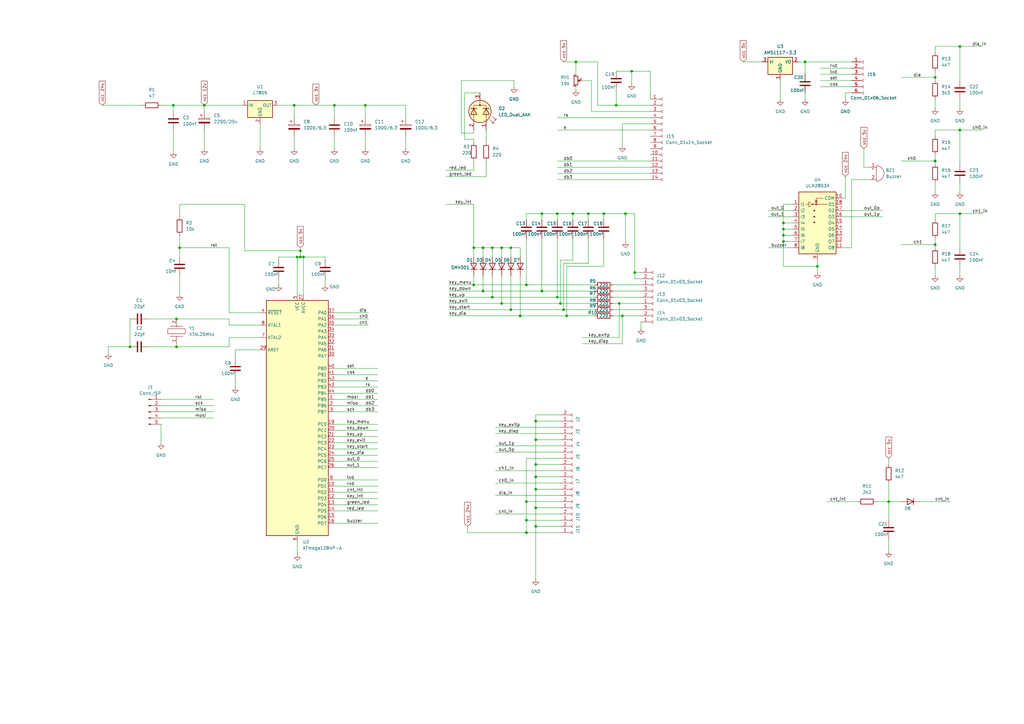
<source format=kicad_sch>
(kicad_sch (version 20231120) (generator "eeschema") (generator_version "8.0")
  (paper "A3")
  (title_block (title "LT COUNTER V4.0") (rev "V1.0 rev1") (company "ELECTRIC GROUP CLUJ-NAPOCA") (comment 1 "janos.szabo@electricgroup.ro") (comment 2 "janos.szabo@gmail.com"))
  (lib_symbols
    (symbol "Conn_01x02_Socket_1" (pin_names (offset 1.016) hide)
      (property "Reference" "J11" (at 2.032 -3.048 90))
      (symbol "Conn_01x02_Socket_1_1_1"
        (pin passive line (at -5.08 -2.54 0) (length 3.81) (name "Pin_1") (number "1"))
        (pin passive line (at -5.08 0 0) (length 3.81) (name "Pin_2") (number "2"))
      )
    )
    (symbol "Connector:Conn_01x03_Socket" (pin_names (offset 1.016) hide)
      (property "Reference" "J12" (at 1.27 1.2701 0))
      (property "Value" "Conn_01x03_Socket" (at 1.27 -1.2699 0))
      (symbol "Conn_01x03_Socket_1_1"
        (pin passive line (at -5.08 -2.54 0) (length 3.81) (name "Pin_1") (number "1"))
        (pin passive line (at -5.08 0 0) (length 3.81) (name "Pin_2") (number "2"))
        (pin passive line (at -5.08 2.54 0) (length 3.81) (name "Pin_3") (number "3"))
      )
    )
    (symbol "Connector:Conn_01x05_Male" (pin_names (offset 1.016) hide)
      (property "Reference" "J" (at 0 7.62 0))
      (property "Value" "Conn_01x05_Male" (at 0 -7.62 0))
      (symbol "Conn_01x05_Male_1_1"
        (pin passive line (at 5.08 5.08 180) (length 3.81) (name "Pin_1") (number "1"))
        (pin passive line (at 5.08 2.54 180) (length 3.81) (name "Pin_2") (number "2"))
        (pin passive line (at 5.08 0 180) (length 3.81) (name "Pin_3") (number "3"))
        (pin passive line (at 5.08 -2.54 180) (length 3.81) (name "Pin_4") (number "4"))
        (pin passive line (at 5.08 -5.08 180) (length 3.81) (name "Pin_5") (number "5"))
      )
    )
    (symbol "Connector:Conn_01x06_Socket" (pin_names (offset 1.016) hide)
      (property "Reference" "J" (at 0 7.62 0))
      (property "Value" "Conn_01x06_Socket" (at 0 -10.16 0))
      (symbol "Conn_01x06_Socket_1_1"
        (pin passive line (at -5.08 5.08 0) (length 3.81) (name "Pin_1") (number "1"))
        (pin passive line (at -5.08 2.54 0) (length 3.81) (name "Pin_2") (number "2"))
        (pin passive line (at -5.08 0 0) (length 3.81) (name "Pin_3") (number "3"))
        (pin passive line (at -5.08 -2.54 0) (length 3.81) (name "Pin_4") (number "4"))
        (pin passive line (at -5.08 -5.08 0) (length 3.81) (name "Pin_5") (number "5"))
        (pin passive line (at -5.08 -7.62 0) (length 3.81) (name "Pin_6") (number "6"))
      )
    )
    (symbol "Connector:Conn_01x14_Socket" (pin_names (offset 1.016) hide)
      (property "Reference" "J" (at 0 17.78 0))
      (property "Value" "Conn_01x14_Socket" (at 0 -20.32 0))
      (symbol "Conn_01x14_Socket_1_1"
        (pin passive line (at -5.08 15.24 0) (length 3.81) (name "Pin_1") (number "1"))
        (pin passive line (at -5.08 -7.62 0) (length 3.81) (name "Pin_10") (number "10"))
        (pin passive line (at -5.08 -10.16 0) (length 3.81) (name "Pin_11") (number "11"))
        (pin passive line (at -5.08 -12.7 0) (length 3.81) (name "Pin_12") (number "12"))
        (pin passive line (at -5.08 -15.24 0) (length 3.81) (name "Pin_13") (number "13"))
        (pin passive line (at -5.08 -17.78 0) (length 3.81) (name "Pin_14") (number "14"))
        (pin passive line (at -5.08 12.7 0) (length 3.81) (name "Pin_2") (number "2"))
        (pin passive line (at -5.08 10.16 0) (length 3.81) (name "Pin_3") (number "3"))
        (pin passive line (at -5.08 7.62 0) (length 3.81) (name "Pin_4") (number "4"))
        (pin passive line (at -5.08 5.08 0) (length 3.81) (name "Pin_5") (number "5"))
        (pin passive line (at -5.08 2.54 0) (length 3.81) (name "Pin_6") (number "6"))
        (pin passive line (at -5.08 0 0) (length 3.81) (name "Pin_7") (number "7"))
        (pin passive line (at -5.08 -2.54 0) (length 3.81) (name "Pin_8") (number "8"))
        (pin passive line (at -5.08 -5.08 0) (length 3.81) (name "Pin_9") (number "9"))
      )
    )
    (symbol "Device:Buzzer" (pin_names (offset 0.0254) hide)
      (property "Reference" "BZ" (at 3.81 1.27 0))
      (property "Value" "Buzzer" (at 3.81 -1.27 0))
      (symbol "Buzzer_1_1"
        (pin passive line (at -2.54 2.54 0) (length 2.54) (name "+") (number "1"))
        (pin passive line (at -2.54 -2.54 0) (length 2.54) (name "-") (number "2"))
      )
    )
    (symbol "Device:C" (pin_numbers hide) (pin_names (offset 0.254))
      (property "Reference" "C" (at 0.635 2.54 0))
      (property "Value" "C" (at 0.635 -2.54 0))
      (symbol "C_1_1"
        (pin passive line (at 0 3.81 270) (length 2.794) (name "~") (number "1"))
        (pin passive line (at 0 -3.81 90) (length 2.794) (name "~") (number "2"))
      )
    )
    (symbol "Device:C_Polarized" (pin_numbers hide) (pin_names (offset 0.254))
      (property "Reference" "C" (at 0.635 2.54 0))
      (property "Value" "C_Polarized" (at 0.635 -2.54 0))
      (symbol "C_Polarized_1_1"
        (pin passive line (at 0 3.81 270) (length 2.794) (name "~") (number "1"))
        (pin passive line (at 0 -3.81 90) (length 2.794) (name "~") (number "2"))
      )
    )
    (symbol "Device:LED_Dual_AAK" (pin_names (offset 0) hide)
      (property "Reference" "D" (at 0 5.715 0))
      (property "Value" "LED_Dual_AAK" (at 0 -6.35 0))
      (symbol "LED_Dual_AAK_1_1"
        (pin input line (at 7.62 2.54 180) (length 3.81) (name "A1") (number "1"))
        (pin input line (at 7.62 -2.54 180) (length 3.81) (name "A2") (number "2"))
        (pin input line (at -7.62 0 0) (length 3.048) (name "K") (number "3"))
      )
    )
    (symbol "Device:R" (pin_numbers hide) (pin_names (offset 0))
      (property "Reference" "R" (at 2.032 0 90))
      (property "Value" "R" (at 0 0 90))
      (symbol "R_1_1"
        (pin passive line (at 0 3.81 270) (length 1.27) (name "~") (number "1"))
        (pin passive line (at 0 -3.81 90) (length 1.27) (name "~") (number "2"))
      )
    )
    (symbol "Device:R_Potentiometer_Small" (pin_names (offset 1.016) hide)
      (property "Reference" "RV" (at -4.445 0 90))
      (property "Value" "R_Potentiometer_Small" (at -2.54 0 90))
      (symbol "R_Potentiometer_Small_1_1"
        (pin passive line (at 0 2.54 270) (length 0.635) (name "1") (number "1"))
        (pin passive line (at 2.54 0 180) (length 0.9906) (name "2") (number "2"))
        (pin passive line (at 0 -2.54 90) (length 0.635) (name "3") (number "3"))
      )
    )
    (symbol "Diode:SM4001" (pin_numbers hide) (pin_names hide)
      (property "Reference" "D" (at 0 2.54 0))
      (property "Value" "SM4001" (at 0 -2.54 0))
      (symbol "SM4001_1_1"
        (pin passive line (at -3.81 0 0) (length 2.54) (name "K") (number "1"))
        (pin passive line (at 3.81 0 180) (length 2.54) (name "A") (number "2"))
      )
    )
    (symbol "MCU_Microchip_ATmega:ATmega1284P-A"
      (property "Reference" "U" (at -12.7 49.53 0))
      (property "Value" "ATmega1284P-A" (at 2.54 -49.53 0))
      (symbol "ATmega1284P-A_1_1"
        (pin bidirectional line (at 15.24 7.62 180) (length 2.54) (name "PB5") (number "1"))
        (pin bidirectional line (at 15.24 -27.94 180) (length 2.54) (name "PD1") (number "10"))
        (pin bidirectional line (at 15.24 -30.48 180) (length 2.54) (name "PD2") (number "11"))
        (pin bidirectional line (at 15.24 -33.02 180) (length 2.54) (name "PD3") (number "12"))
        (pin bidirectional line (at 15.24 -35.56 180) (length 2.54) (name "PD4") (number "13"))
        (pin bidirectional line (at 15.24 -38.1 180) (length 2.54) (name "PD5") (number "14"))
        (pin bidirectional line (at 15.24 -40.64 180) (length 2.54) (name "PD6") (number "15"))
        (pin bidirectional line (at 15.24 -43.18 180) (length 2.54) (name "PD7") (number "16"))
        (pin passive line (at 0 50.8 270) (length 2.54) hide (name "VCC") (number "17"))
        (pin passive line (at 0 -50.8 90) (length 2.54) hide (name "GND") (number "18"))
        (pin bidirectional line (at 15.24 -2.54 180) (length 2.54) (name "PC0") (number "19"))
        (pin bidirectional line (at 15.24 5.08 180) (length 2.54) (name "PB6") (number "2"))
        (pin bidirectional line (at 15.24 -5.08 180) (length 2.54) (name "PC1") (number "20"))
        (pin bidirectional line (at 15.24 -7.62 180) (length 2.54) (name "PC2") (number "21"))
        (pin bidirectional line (at 15.24 -10.16 180) (length 2.54) (name "PC3") (number "22"))
        (pin bidirectional line (at 15.24 -12.7 180) (length 2.54) (name "PC4") (number "23"))
        (pin bidirectional line (at 15.24 -15.24 180) (length 2.54) (name "PC5") (number "24"))
        (pin bidirectional line (at 15.24 -17.78 180) (length 2.54) (name "PC6") (number "25"))
        (pin bidirectional line (at 15.24 -20.32 180) (length 2.54) (name "PC7") (number "26"))
        (pin power_in line (at 2.54 50.8 270) (length 2.54) (name "AVCC") (number "27"))
        (pin passive line (at 0 -50.8 90) (length 2.54) hide (name "GND") (number "28"))
        (pin passive line (at -15.24 27.94 0) (length 2.54) (name "AREF") (number "29"))
        (pin bidirectional line (at 15.24 2.54 180) (length 2.54) (name "PB7") (number "3"))
        (pin bidirectional line (at 15.24 25.4 180) (length 2.54) (name "PA7") (number "30"))
        (pin bidirectional line (at 15.24 27.94 180) (length 2.54) (name "PA6") (number "31"))
        (pin bidirectional line (at 15.24 30.48 180) (length 2.54) (name "PA5") (number "32"))
        (pin bidirectional line (at 15.24 33.02 180) (length 2.54) (name "PA4") (number "33"))
        (pin bidirectional line (at 15.24 35.56 180) (length 2.54) (name "PA3") (number "34"))
        (pin bidirectional line (at 15.24 38.1 180) (length 2.54) (name "PA2") (number "35"))
        (pin bidirectional line (at 15.24 40.64 180) (length 2.54) (name "PA1") (number "36"))
        (pin bidirectional line (at 15.24 43.18 180) (length 2.54) (name "PA0") (number "37"))
        (pin passive line (at 0 50.8 270) (length 2.54) hide (name "VCC") (number "38"))
        (pin passive line (at 0 -50.8 90) (length 2.54) hide (name "GND") (number "39"))
        (pin input line (at -15.24 43.18 0) (length 2.54) (name "~{RESET}") (number "4"))
        (pin bidirectional line (at 15.24 20.32 180) (length 2.54) (name "PB0") (number "40"))
        (pin bidirectional line (at 15.24 17.78 180) (length 2.54) (name "PB1") (number "41"))
        (pin bidirectional line (at 15.24 15.24 180) (length 2.54) (name "PB2") (number "42"))
        (pin bidirectional line (at 15.24 12.7 180) (length 2.54) (name "PB3") (number "43"))
        (pin bidirectional line (at 15.24 10.16 180) (length 2.54) (name "PB4") (number "44"))
        (pin power_in line (at 0 50.8 270) (length 2.54) (name "VCC") (number "5"))
        (pin power_in line (at 0 -50.8 90) (length 2.54) (name "GND") (number "6"))
        (pin output line (at -15.24 33.02 0) (length 2.54) (name "XTAL2") (number "7"))
        (pin input line (at -15.24 38.1 0) (length 2.54) (name "XTAL1") (number "8"))
        (pin bidirectional line (at 15.24 -25.4 180) (length 2.54) (name "PD0") (number "9"))
      )
    )
    (symbol "Regulator_Linear:AMS1117-3.3"
      (property "Reference" "U" (at -3.81 3.175 0))
      (property "Value" "AMS1117-3.3" (at 0 3.175 0))
      (symbol "AMS1117-3.3_1_1"
        (pin power_in line (at 0 -7.62 90) (length 2.54) (name "GND") (number "1"))
        (pin power_out line (at 7.62 0 180) (length 2.54) (name "VO") (number "2"))
        (pin power_in line (at -7.62 0 0) (length 2.54) (name "VI") (number "3"))
      )
    )
    (symbol "Regulator_Linear:L7805" (pin_names (offset 0.254))
      (property "Reference" "U" (at -3.81 3.175 0))
      (property "Value" "L7805" (at 0 3.175 0))
      (symbol "L7805_1_1"
        (pin power_in line (at -7.62 0 0) (length 2.54) (name "IN") (number "1"))
        (pin power_in line (at 0 -7.62 90) (length 2.54) (name "GND") (number "2"))
        (pin power_out line (at 7.62 0 180) (length 2.54) (name "OUT") (number "3"))
      )
    )
    (symbol "SamacSys_Parts:LFXTAL003237REEL" (pin_names (offset 0.762))
      (property "Reference" "Y" (at 8.89 6.35 0))
      (property "Value" "LFXTAL003237REEL" (at 8.89 3.81 0))
      (symbol "LFXTAL003237REEL_0_0"
        (pin passive line (at 0 0 0) (length 2.54) (name "~") (number "1"))
        (pin passive line (at 10.16 0 180) (length 2.54) (name "~") (number "2"))
      )
    )
    (symbol "Transistor_Array:ULN2803A"
      (property "Reference" "U" (at 0 13.335 0))
      (property "Value" "ULN2803A" (at 0 11.43 0))
      (symbol "ULN2803A_1_1"
        (pin input line (at -10.16 5.08 0) (length 2.54) (name "I1") (number "1"))
        (pin passive line (at 10.16 7.62 180) (length 2.54) (name "COM") (number "10"))
        (pin open_collector line (at 10.16 -12.7 180) (length 2.54) (name "O8") (number "11"))
        (pin open_collector line (at 10.16 -10.16 180) (length 2.54) (name "O7") (number "12"))
        (pin open_collector line (at 10.16 -7.62 180) (length 2.54) (name "O6") (number "13"))
        (pin open_collector line (at 10.16 -5.08 180) (length 2.54) (name "O5") (number "14"))
        (pin open_collector line (at 10.16 -2.54 180) (length 2.54) (name "O4") (number "15"))
        (pin open_collector line (at 10.16 0 180) (length 2.54) (name "O3") (number "16"))
        (pin open_collector line (at 10.16 2.54 180) (length 2.54) (name "O2") (number "17"))
        (pin open_collector line (at 10.16 5.08 180) (length 2.54) (name "O1") (number "18"))
        (pin input line (at -10.16 2.54 0) (length 2.54) (name "I2") (number "2"))
        (pin input line (at -10.16 0 0) (length 2.54) (name "I3") (number "3"))
        (pin input line (at -10.16 -2.54 0) (length 2.54) (name "I4") (number "4"))
        (pin input line (at -10.16 -5.08 0) (length 2.54) (name "I5") (number "5"))
        (pin input line (at -10.16 -7.62 0) (length 2.54) (name "I6") (number "6"))
        (pin input line (at -10.16 -10.16 0) (length 2.54) (name "I7") (number "7"))
        (pin input line (at -10.16 -12.7 0) (length 2.54) (name "I8") (number "8"))
        (pin power_in line (at 0 -17.78 90) (length 2.54) (name "GND") (number "9"))
      )
    )
    (symbol "power:GND" (power) (pin_names (offset 0))
      (property "Value" "GND" (at 0 -3.81 0))
      (symbol "GND_1_1"
        (pin power_in line (at 0 0 270) (length 0) hide (name "GND") (number "1"))
      )
    )
  )
  (junction (at 321.31 93.98))
  (junction (at 194.31 101.6))
  (junction (at 215.9 116.84))
  (junction (at 83.82 43.18))
  (junction (at 241.3 87.63))
  (junction (at 205.74 124.46))
  (junction (at 201.93 101.6))
  (junction (at 73.66 101.6))
  (junction (at 219.71 195.58))
  (junction (at 71.12 43.18))
  (junction (at 149.86 43.18))
  (junction (at 124.46 105.41))
  (junction (at 252.73 43.18))
  (junction (at 254 124.46))
  (junction (at 236.22 25.4))
  (junction (at 393.7 53.34))
  (junction (at 209.55 101.6))
  (junction (at 213.36 129.54))
  (junction (at 222.25 119.38))
  (junction (at 205.74 101.6))
  (junction (at 215.9 213.36))
  (junction (at 256.54 87.63))
  (junction (at 123.19 102.87))
  (junction (at 260.35 111.76))
  (junction (at 121.92 105.41))
  (junction (at 330.2 25.4))
  (junction (at 228.6 87.63))
  (junction (at 209.55 127))
  (junction (at 255.27 129.54))
  (junction (at 393.7 87.63))
  (junction (at 194.31 116.84))
  (junction (at 259.08 29.21))
  (junction (at 137.16 43.18))
  (junction (at 53.34 142.24))
  (junction (at 72.39 130.81))
  (junction (at 123.19 105.41))
  (junction (at 229.87 124.46))
  (junction (at 222.25 87.63))
  (junction (at 383.54 100.33))
  (junction (at 219.71 208.28))
  (junction (at 219.71 172.72))
  (junction (at 219.71 200.66))
  (junction (at 198.12 101.6))
  (junction (at 231.14 127))
  (junction (at 383.54 31.75))
  (junction (at 321.31 91.44))
  (junction (at 201.93 121.92))
  (junction (at 232.41 129.54))
  (junction (at 219.71 190.5))
  (junction (at 383.54 66.04))
  (junction (at 120.65 43.18))
  (junction (at 335.28 109.22))
  (junction (at 393.7 19.05))
  (junction (at 234.95 87.63))
  (junction (at 198.12 119.38))
  (junction (at 72.39 142.24))
  (junction (at 215.9 205.74))
  (junction (at 321.31 99.06))
  (junction (at 364.49 205.74))
  (junction (at 219.71 215.9))
  (junction (at 219.71 180.34))
  (junction (at 247.65 87.63))
  (junction (at 228.6 121.92))
  (junction (at 321.31 96.52))
  (junction (at 215.9 218.44))
  (wire (pts (xy 201.93 101.6) (xy 205.74 101.6)))
  (wire (pts (xy 219.71 208.28) (xy 219.71 215.9)))
  (wire (pts (xy 228.6 87.63) (xy 234.95 87.63)))
  (wire (pts (xy 377.19 205.74) (xy 389.89 205.74)))
  (wire (pts (xy 314.96 88.9) (xy 325.12 88.9)))
  (wire (pts (xy 321.31 93.98) (xy 325.12 93.98)))
  (wire (pts (xy 191.77 215.9) (xy 191.77 218.44)))
  (wire (pts (xy 71.12 43.18) (xy 71.12 45.72)))
  (wire (pts (xy 215.9 205.74) (xy 215.9 213.36)))
  (wire (pts (xy 203.2 193.04) (xy 229.87 193.04)))
  (wire (pts (xy 205.74 101.6) (xy 205.74 105.41)))
  (wire (pts (xy 383.54 87.63) (xy 393.7 87.63)))
  (wire (pts (xy 203.2 210.82) (xy 229.87 210.82)))
  (wire (pts (xy 256.54 87.63) (xy 256.54 99.06)))
  (wire (pts (xy 247.65 97.79) (xy 247.65 109.22)))
  (wire (pts (xy 191.77 218.44) (xy 215.9 218.44)))
  (wire (pts (xy 73.66 101.6) (xy 73.66 105.41)))
  (wire (pts (xy 133.35 105.41) (xy 133.35 106.68)))
  (wire (pts (xy 203.2 182.88) (xy 229.87 182.88)))
  (wire (pts (xy 231.14 107.95) (xy 231.14 127)))
  (wire (pts (xy 222.25 87.63) (xy 222.25 90.17)))
  (wire (pts (xy 149.86 43.18) (xy 149.86 48.26)))
  (wire (pts (xy 215.9 218.44) (xy 229.87 218.44)))
  (wire (pts (xy 201.93 121.92) (xy 228.6 121.92)))
  (wire (pts (xy 383.54 74.93) (xy 383.54 78.74)))
  (wire (pts (xy 137.16 166.37) (xy 154.94 166.37)))
  (wire (pts (xy 222.25 119.38) (xy 243.84 119.38)))
  (wire (pts (xy 205.74 113.03) (xy 205.74 124.46)))
  (wire (pts (xy 327.66 25.4) (xy 330.2 25.4)))
  (wire (pts (xy 231.14 25.4) (xy 236.22 25.4)))
  (wire (pts (xy 137.16 133.35) (xy 151.13 133.35)))
  (wire (pts (xy 184.15 124.46) (xy 205.74 124.46)))
  (wire (pts (xy 189.23 54.61) (xy 189.23 33.02)))
  (wire (pts (xy 320.04 33.02) (xy 320.04 40.64)))
  (wire (pts (xy 393.7 109.22) (xy 393.7 113.03)))
  (wire (pts (xy 137.16 207.01) (xy 154.94 207.01)))
  (wire (pts (xy 364.49 205.74) (xy 369.57 205.74)))
  (wire (pts (xy 383.54 31.75) (xy 383.54 33.02)))
  (wire (pts (xy 66.04 166.37) (xy 87.63 166.37)))
  (wire (pts (xy 106.68 50.8) (xy 106.68 60.96)))
  (wire (pts (xy 137.16 151.13) (xy 154.94 151.13)))
  (wire (pts (xy 383.54 97.79) (xy 383.54 100.33)))
  (wire (pts (xy 228.6 48.26) (xy 266.7 48.26)))
  (wire (pts (xy 383.54 100.33) (xy 383.54 101.6)))
  (wire (pts (xy 229.87 205.74) (xy 215.9 205.74)))
  (wire (pts (xy 219.71 215.9) (xy 219.71 237.49)))
  (wire (pts (xy 215.9 116.84) (xy 243.84 116.84)))
  (wire (pts (xy 205.74 124.46) (xy 229.87 124.46)))
  (wire (pts (xy 73.66 101.6) (xy 93.98 101.6)))
  (wire (pts (xy 213.36 129.54) (xy 232.41 129.54)))
  (wire (pts (xy 44.45 142.24) (xy 53.34 142.24)))
  (wire (pts (xy 205.74 101.6) (xy 209.55 101.6)))
  (wire (pts (xy 114.3 105.41) (xy 121.92 105.41)))
  (wire (pts (xy 321.31 109.22) (xy 335.28 109.22)))
  (wire (pts (xy 114.3 106.68) (xy 114.3 105.41)))
  (wire (pts (xy 241.3 87.63) (xy 247.65 87.63)))
  (wire (pts (xy 393.7 87.63) (xy 402.59 87.63)))
  (wire (pts (xy 137.16 196.85) (xy 154.94 196.85)))
  (wire (pts (xy 314.96 86.36) (xy 325.12 86.36)))
  (wire (pts (xy 364.49 205.74) (xy 364.49 213.36)))
  (wire (pts (xy 190.5 57.15) (xy 190.5 38.1)))
  (wire (pts (xy 194.31 57.15) (xy 190.5 57.15)))
  (wire (pts (xy 228.6 68.58) (xy 266.7 68.58)))
  (wire (pts (xy 255.27 140.97) (xy 255.27 129.54)))
  (wire (pts (xy 93.98 101.6) (xy 93.98 128.27)))
  (wire (pts (xy 234.95 106.68) (xy 229.87 106.68)))
  (wire (pts (xy 123.19 102.87) (xy 123.19 105.41)))
  (wire (pts (xy 383.54 109.22) (xy 383.54 113.03)))
  (wire (pts (xy 259.08 29.21) (xy 259.08 34.29)))
  (wire (pts (xy 198.12 119.38) (xy 222.25 119.38)))
  (wire (pts (xy 137.16 130.81) (xy 151.13 130.81)))
  (wire (pts (xy 71.12 43.18) (xy 83.82 43.18)))
  (wire (pts (xy 93.98 130.81) (xy 72.39 130.81)))
  (wire (pts (xy 251.46 127) (xy 262.89 127)))
  (wire (pts (xy 346.71 40.64) (xy 346.71 38.1)))
  (wire (pts (xy 137.16 186.69) (xy 154.94 186.69)))
  (wire (pts (xy 393.7 53.34) (xy 402.59 53.34)))
  (wire (pts (xy 393.7 19.05) (xy 393.7 33.02)))
  (wire (pts (xy 198.12 113.03) (xy 198.12 119.38)))
  (wire (pts (xy 330.2 25.4) (xy 349.25 25.4)))
  (wire (pts (xy 219.71 195.58) (xy 229.87 195.58)))
  (wire (pts (xy 336.55 30.48) (xy 349.25 30.48)))
  (wire (pts (xy 66.04 163.83) (xy 87.63 163.83)))
  (wire (pts (xy 231.14 127) (xy 243.84 127)))
  (wire (pts (xy 194.31 105.41) (xy 194.31 101.6)))
  (wire (pts (xy 137.16 158.75) (xy 154.94 158.75)))
  (wire (pts (xy 266.7 29.21) (xy 259.08 29.21)))
  (wire (pts (xy 219.71 170.18) (xy 219.71 172.72)))
  (wire (pts (xy 262.89 132.08) (xy 262.89 134.62)))
  (wire (pts (xy 383.54 40.64) (xy 383.54 44.45)))
  (wire (pts (xy 304.8 25.4) (xy 312.42 25.4)))
  (wire (pts (xy 166.37 55.88) (xy 166.37 60.96)))
  (wire (pts (xy 260.35 114.3) (xy 260.35 111.76)))
  (wire (pts (xy 228.6 71.12) (xy 266.7 71.12)))
  (wire (pts (xy 234.95 97.79) (xy 234.95 106.68)))
  (wire (pts (xy 209.55 113.03) (xy 209.55 127)))
  (wire (pts (xy 106.68 138.43) (xy 93.98 138.43)))
  (wire (pts (xy 383.54 19.05) (xy 393.7 19.05)))
  (wire (pts (xy 345.44 86.36) (xy 361.95 86.36)))
  (wire (pts (xy 325.12 83.82) (xy 321.31 83.82)))
  (wire (pts (xy 71.12 53.34) (xy 71.12 62.23)))
  (wire (pts (xy 215.9 90.17) (xy 215.9 87.63)))
  (wire (pts (xy 96.52 143.51) (xy 106.68 143.51)))
  (wire (pts (xy 228.6 87.63) (xy 228.6 90.17)))
  (wire (pts (xy 106.68 133.35) (xy 93.98 133.35)))
  (wire (pts (xy 44.45 144.78) (xy 44.45 142.24)))
  (wire (pts (xy 194.31 113.03) (xy 194.31 116.84)))
  (wire (pts (xy 247.65 87.63) (xy 247.65 90.17)))
  (wire (pts (xy 209.55 127) (xy 231.14 127)))
  (wire (pts (xy 66.04 43.18) (xy 71.12 43.18)))
  (wire (pts (xy 255.27 50.8) (xy 255.27 59.69)))
  (wire (pts (xy 124.46 105.41) (xy 124.46 120.65)))
  (wire (pts (xy 238.76 138.43) (xy 254 138.43)))
  (wire (pts (xy 133.35 114.3) (xy 133.35 116.84)))
  (wire (pts (xy 354.33 60.96) (xy 354.33 68.58)))
  (wire (pts (xy 346.71 81.28) (xy 346.71 72.39)))
  (wire (pts (xy 266.7 43.18) (xy 252.73 43.18)))
  (wire (pts (xy 194.31 116.84) (xy 215.9 116.84)))
  (wire (pts (xy 96.52 147.32) (xy 96.52 143.51)))
  (wire (pts (xy 238.76 140.97) (xy 255.27 140.97)))
  (wire (pts (xy 349.25 101.6) (xy 345.44 101.6)))
  (wire (pts (xy 260.35 111.76) (xy 260.35 87.63)))
  (wire (pts (xy 335.28 109.22) (xy 335.28 111.76)))
  (wire (pts (xy 229.87 170.18) (xy 219.71 170.18)))
  (wire (pts (xy 252.73 36.83) (xy 252.73 43.18)))
  (wire (pts (xy 354.33 68.58) (xy 356.87 68.58)))
  (wire (pts (xy 383.54 53.34) (xy 393.7 53.34)))
  (wire (pts (xy 346.71 38.1) (xy 349.25 38.1)))
  (wire (pts (xy 182.88 83.82) (xy 194.31 83.82)))
  (wire (pts (xy 262.89 114.3) (xy 260.35 114.3)))
  (wire (pts (xy 229.87 213.36) (xy 215.9 213.36)))
  (wire (pts (xy 383.54 55.88) (xy 383.54 53.34)))
  (wire (pts (xy 83.82 43.18) (xy 99.06 43.18)))
  (wire (pts (xy 137.16 209.55) (xy 154.94 209.55)))
  (wire (pts (xy 345.44 88.9) (xy 361.95 88.9)))
  (wire (pts (xy 393.7 53.34) (xy 393.7 67.31)))
  (wire (pts (xy 383.54 21.59) (xy 383.54 19.05)))
  (wire (pts (xy 330.2 25.4) (xy 330.2 30.48)))
  (wire (pts (xy 325.12 91.44) (xy 321.31 91.44)))
  (wire (pts (xy 137.16 181.61) (xy 154.94 181.61)))
  (wire (pts (xy 121.92 105.41) (xy 123.19 105.41)))
  (wire (pts (xy 184.15 121.92) (xy 201.93 121.92)))
  (wire (pts (xy 137.16 204.47) (xy 154.94 204.47)))
  (wire (pts (xy 209.55 101.6) (xy 209.55 105.41)))
  (wire (pts (xy 321.31 83.82) (xy 321.31 91.44)))
  (wire (pts (xy 336.55 35.56) (xy 349.25 35.56)))
  (wire (pts (xy 58.42 43.18) (xy 41.91 43.18)))
  (wire (pts (xy 242.57 45.72) (xy 266.7 45.72)))
  (wire (pts (xy 251.46 121.92) (xy 262.89 121.92)))
  (wire (pts (xy 252.73 43.18) (xy 245.11 43.18)))
  (wire (pts (xy 203.2 203.2) (xy 229.87 203.2)))
  (wire (pts (xy 219.71 190.5) (xy 229.87 190.5)))
  (wire (pts (xy 229.87 187.96) (xy 215.9 187.96)))
  (wire (pts (xy 260.35 87.63) (xy 256.54 87.63)))
  (wire (pts (xy 194.31 66.04) (xy 194.31 69.85)))
  (wire (pts (xy 359.41 205.74) (xy 364.49 205.74)))
  (wire (pts (xy 228.6 66.04) (xy 266.7 66.04)))
  (wire (pts (xy 241.3 107.95) (xy 231.14 107.95)))
  (wire (pts (xy 255.27 129.54) (xy 262.89 129.54)))
  (wire (pts (xy 228.6 73.66) (xy 266.7 73.66)))
  (wire (pts (xy 336.55 27.94) (xy 349.25 27.94)))
  (wire (pts (xy 184.15 119.38) (xy 198.12 119.38)))
  (wire (pts (xy 194.31 101.6) (xy 198.12 101.6)))
  (wire (pts (xy 219.71 200.66) (xy 219.71 208.28)))
  (wire (pts (xy 247.65 87.63) (xy 256.54 87.63)))
  (wire (pts (xy 251.46 116.84) (xy 262.89 116.84)))
  (wire (pts (xy 190.5 38.1) (xy 196.85 38.1)))
  (wire (pts (xy 393.7 19.05) (xy 402.59 19.05)))
  (wire (pts (xy 83.82 53.34) (xy 83.82 60.96)))
  (wire (pts (xy 137.16 176.53) (xy 154.94 176.53)))
  (wire (pts (xy 219.71 180.34) (xy 229.87 180.34)))
  (wire (pts (xy 213.36 113.03) (xy 213.36 129.54)))
  (wire (pts (xy 137.16 43.18) (xy 137.16 48.26)))
  (wire (pts (xy 194.31 54.61) (xy 189.23 54.61)))
  (wire (pts (xy 251.46 119.38) (xy 262.89 119.38)))
  (wire (pts (xy 219.71 180.34) (xy 219.71 190.5)))
  (wire (pts (xy 189.23 33.02) (xy 210.82 33.02)))
  (wire (pts (xy 245.11 25.4) (xy 236.22 25.4)))
  (wire (pts (xy 137.16 43.18) (xy 149.86 43.18)))
  (wire (pts (xy 247.65 109.22) (xy 232.41 109.22)))
  (wire (pts (xy 137.16 55.88) (xy 137.16 60.96)))
  (wire (pts (xy 137.16 214.63) (xy 154.94 214.63)))
  (wire (pts (xy 96.52 154.94) (xy 96.52 158.75)))
  (wire (pts (xy 369.57 31.75) (xy 383.54 31.75)))
  (wire (pts (xy 120.65 43.18) (xy 137.16 43.18)))
  (wire (pts (xy 137.16 163.83) (xy 154.94 163.83)))
  (wire (pts (xy 93.98 142.24) (xy 72.39 142.24)))
  (wire (pts (xy 393.7 87.63) (xy 393.7 101.6)))
  (wire (pts (xy 336.55 33.02) (xy 349.25 33.02)))
  (wire (pts (xy 121.92 105.41) (xy 121.92 120.65)))
  (wire (pts (xy 238.76 33.02) (xy 242.57 33.02)))
  (wire (pts (xy 383.54 66.04) (xy 383.54 67.31)))
  (wire (pts (xy 184.15 129.54) (xy 213.36 129.54)))
  (wire (pts (xy 215.9 87.63) (xy 222.25 87.63)))
  (wire (pts (xy 203.2 177.8) (xy 229.87 177.8)))
  (wire (pts (xy 393.7 74.93) (xy 393.7 78.74)))
  (wire (pts (xy 321.31 99.06) (xy 321.31 109.22)))
  (wire (pts (xy 120.65 55.88) (xy 120.65 60.96)))
  (wire (pts (xy 364.49 220.98) (xy 364.49 226.06)))
  (wire (pts (xy 184.15 127) (xy 209.55 127)))
  (wire (pts (xy 222.25 97.79) (xy 222.25 119.38)))
  (wire (pts (xy 198.12 101.6) (xy 198.12 105.41)))
  (wire (pts (xy 252.73 29.21) (xy 259.08 29.21)))
  (wire (pts (xy 266.7 40.64) (xy 266.7 29.21)))
  (wire (pts (xy 73.66 83.82) (xy 100.33 83.82)))
  (wire (pts (xy 383.54 63.5) (xy 383.54 66.04)))
  (wire (pts (xy 234.95 87.63) (xy 234.95 90.17)))
  (wire (pts (xy 393.7 40.64) (xy 393.7 44.45)))
  (wire (pts (xy 60.96 142.24) (xy 72.39 142.24)))
  (wire (pts (xy 203.2 175.26) (xy 229.87 175.26)))
  (wire (pts (xy 314.96 101.6) (xy 325.12 101.6)))
  (wire (pts (xy 73.66 96.52) (xy 73.66 101.6)))
  (wire (pts (xy 234.95 87.63) (xy 241.3 87.63)))
  (wire (pts (xy 114.3 114.3) (xy 114.3 116.84)))
  (wire (pts (xy 194.31 58.42) (xy 194.31 57.15)))
  (wire (pts (xy 364.49 198.12) (xy 364.49 205.74)))
  (wire (pts (xy 199.39 66.04) (xy 199.39 72.39)))
  (wire (pts (xy 219.71 190.5) (xy 219.71 195.58)))
  (wire (pts (xy 349.25 73.66) (xy 349.25 101.6)))
  (wire (pts (xy 137.16 201.93) (xy 154.94 201.93)))
  (wire (pts (xy 66.04 168.91) (xy 87.63 168.91)))
  (wire (pts (xy 229.87 124.46) (xy 243.84 124.46)))
  (wire (pts (xy 330.2 38.1) (xy 330.2 40.64)))
  (wire (pts (xy 60.96 130.81) (xy 72.39 130.81)))
  (wire (pts (xy 369.57 100.33) (xy 383.54 100.33)))
  (wire (pts (xy 232.41 129.54) (xy 243.84 129.54)))
  (wire (pts (xy 339.09 205.74) (xy 351.79 205.74)))
  (wire (pts (xy 219.71 208.28) (xy 229.87 208.28)))
  (wire (pts (xy 242.57 33.02) (xy 242.57 45.72)))
  (wire (pts (xy 215.9 187.96) (xy 215.9 205.74)))
  (wire (pts (xy 83.82 43.18) (xy 83.82 45.72)))
  (wire (pts (xy 194.31 83.82) (xy 194.31 101.6)))
  (wire (pts (xy 219.71 215.9) (xy 229.87 215.9)))
  (wire (pts (xy 100.33 102.87) (xy 123.19 102.87)))
  (wire (pts (xy 383.54 90.17) (xy 383.54 87.63)))
  (wire (pts (xy 66.04 171.45) (xy 87.63 171.45)))
  (wire (pts (xy 137.16 173.99) (xy 154.94 173.99)))
  (wire (pts (xy 137.16 184.15) (xy 154.94 184.15)))
  (wire (pts (xy 73.66 113.03) (xy 73.66 120.65)))
  (wire (pts (xy 121.92 222.25) (xy 121.92 227.33)))
  (wire (pts (xy 123.19 101.6) (xy 123.19 102.87)))
  (wire (pts (xy 203.2 198.12) (xy 229.87 198.12)))
  (wire (pts (xy 213.36 101.6) (xy 213.36 105.41)))
  (wire (pts (xy 241.3 87.63) (xy 241.3 90.17)))
  (wire (pts (xy 219.71 195.58) (xy 219.71 200.66)))
  (wire (pts (xy 241.3 97.79) (xy 241.3 107.95)))
  (wire (pts (xy 321.31 96.52) (xy 325.12 96.52)))
  (wire (pts (xy 219.71 172.72) (xy 219.71 180.34)))
  (wire (pts (xy 260.35 111.76) (xy 262.89 111.76)))
  (wire (pts (xy 321.31 96.52) (xy 321.31 99.06)))
  (wire (pts (xy 345.44 81.28) (xy 346.71 81.28)))
  (wire (pts (xy 229.87 106.68) (xy 229.87 124.46)))
  (wire (pts (xy 182.88 69.85) (xy 194.31 69.85)))
  (wire (pts (xy 137.16 191.77) (xy 154.94 191.77)))
  (wire (pts (xy 120.65 43.18) (xy 120.65 48.26)))
  (wire (pts (xy 166.37 48.26) (xy 166.37 43.18)))
  (wire (pts (xy 215.9 213.36) (xy 215.9 218.44)))
  (wire (pts (xy 137.16 199.39) (xy 154.94 199.39)))
  (wire (pts (xy 137.16 168.91) (xy 154.94 168.91)))
  (wire (pts (xy 364.49 187.96) (xy 364.49 190.5)))
  (wire (pts (xy 236.22 35.56) (xy 236.22 36.83)))
  (wire (pts (xy 321.31 93.98) (xy 321.31 96.52)))
  (wire (pts (xy 73.66 83.82) (xy 73.66 88.9)))
  (wire (pts (xy 219.71 200.66) (xy 229.87 200.66)))
  (wire (pts (xy 222.25 87.63) (xy 228.6 87.63)))
  (wire (pts (xy 93.98 128.27) (xy 106.68 128.27)))
  (wire (pts (xy 53.34 130.81) (xy 53.34 142.24)))
  (wire (pts (xy 184.15 116.84) (xy 194.31 116.84)))
  (wire (pts (xy 228.6 97.79) (xy 228.6 121.92)))
  (wire (pts (xy 209.55 101.6) (xy 213.36 101.6)))
  (wire (pts (xy 93.98 138.43) (xy 93.98 142.24)))
  (wire (pts (xy 137.16 156.21) (xy 154.94 156.21)))
  (wire (pts (xy 199.39 53.34) (xy 199.39 58.42)))
  (wire (pts (xy 124.46 105.41) (xy 133.35 105.41)))
  (wire (pts (xy 137.16 128.27) (xy 151.13 128.27)))
  (wire (pts (xy 137.16 153.67) (xy 154.94 153.67)))
  (wire (pts (xy 232.41 109.22) (xy 232.41 129.54)))
  (wire (pts (xy 137.16 161.29) (xy 154.94 161.29)))
  (wire (pts (xy 335.28 106.68) (xy 335.28 109.22)))
  (wire (pts (xy 137.16 189.23) (xy 154.94 189.23)))
  (wire (pts (xy 228.6 121.92) (xy 243.84 121.92)))
  (wire (pts (xy 201.93 113.03) (xy 201.93 121.92)))
  (wire (pts (xy 198.12 101.6) (xy 201.93 101.6)))
  (wire (pts (xy 149.86 55.88) (xy 149.86 60.96)))
  (wire (pts (xy 203.2 185.42) (xy 229.87 185.42)))
  (wire (pts (xy 210.82 33.02) (xy 210.82 35.56)))
  (wire (pts (xy 251.46 124.46) (xy 254 124.46)))
  (wire (pts (xy 369.57 66.04) (xy 383.54 66.04)))
  (wire (pts (xy 349.25 73.66) (xy 356.87 73.66)))
  (wire (pts (xy 93.98 133.35) (xy 93.98 130.81)))
  (wire (pts (xy 114.3 43.18) (xy 120.65 43.18)))
  (wire (pts (xy 228.6 53.34) (xy 266.7 53.34)))
  (wire (pts (xy 72.39 142.24) (xy 72.39 140.97)))
  (wire (pts (xy 321.31 91.44) (xy 321.31 93.98)))
  (wire (pts (xy 266.7 50.8) (xy 255.27 50.8)))
  (wire (pts (xy 66.04 173.99) (xy 66.04 181.61)))
  (wire (pts (xy 251.46 129.54) (xy 255.27 129.54)))
  (wire (pts (xy 201.93 101.6) (xy 201.93 105.41)))
  (wire (pts (xy 166.37 43.18) (xy 149.86 43.18)))
  (wire (pts (xy 123.19 105.41) (xy 124.46 105.41)))
  (wire (pts (xy 383.54 29.21) (xy 383.54 31.75)))
  (wire (pts (xy 254 138.43) (xy 254 124.46)))
  (wire (pts (xy 229.87 172.72) (xy 219.71 172.72)))
  (wire (pts (xy 236.22 30.48) (xy 236.22 25.4)))
  (wire (pts (xy 245.11 43.18) (xy 245.11 25.4)))
  (wire (pts (xy 194.31 53.34) (xy 194.31 54.61)))
  (wire (pts (xy 137.16 179.07) (xy 154.94 179.07)))
  (wire (pts (xy 215.9 97.79) (xy 215.9 116.84)))
  (wire (pts (xy 182.88 72.39) (xy 199.39 72.39)))
  (wire (pts (xy 254 124.46) (xy 262.89 124.46)))
  (wire (pts (xy 321.31 99.06) (xy 325.12 99.06)))
  (wire (pts (xy 100.33 83.82) (xy 100.33 102.87)))
  (label "css" (at 142.24 153.67 0))
  (label "sck" (at 142.24 168.91 0))
  (label "set" (at 142.24 151.13 0))
  (label "key_down" (at 184.15 119.38 0))
  (label "out_0" (at 142.24 189.23 0))
  (label "out_1p" (at 354.33 88.9 0))
  (label "db3" (at 149.86 168.91 0))
  (label "db3" (at 231.14 73.66 0))
  (label "db1" (at 231.14 68.58 0))
  (label "green_led" (at 142.24 207.01 0))
  (label "key_diap" (at 241.3 140.97 0))
  (label "css" (at 340.36 35.56 0))
  (label "rst" (at 80.01 163.83 0))
  (label "key_up" (at 184.15 121.92 0))
  (label "key_int" (at 186.69 83.82 0))
  (label "out_1p" (at 204.47 182.88 0))
  (label "key_exitp" (at 204.47 175.26 0))
  (label "key_diap" (at 204.47 177.8 0))
  (label "out_0p" (at 204.47 185.42 0))
  (label "e" (at 149.86 156.21 0))
  (label "ch1_in" (at 398.78 87.63 0))
  (label "key_menu" (at 184.15 116.84 0))
  (label "rst" (at 86.36 101.6 0))
  (label "key_start" (at 184.15 127 0))
  (label "key_start" (at 142.24 184.15 0))
  (label "red_led" (at 184.15 69.85 0))
  (label "rxd" (at 340.36 27.94 0))
  (label "dia_in" (at 398.78 19.05 0))
  (label "dia" (at 374.65 31.75 0))
  (label "red_led" (at 142.24 209.55 0))
  (label "txd" (at 340.36 30.48 0))
  (label "ch1" (at 374.65 100.33 0))
  (label "cnt_in" (at 383.54 205.74 0))
  (label "key_up" (at 142.24 179.07 0))
  (label "miso" (at 142.24 166.37 0))
  (label "ch0_in" (at 398.78 53.34 0))
  (label "dia" (at 147.32 128.27 0))
  (label "db0" (at 231.14 66.04 0))
  (label "txd" (at 142.24 196.85 0))
  (label "out_0p" (at 354.33 86.36 0))
  (label "rs" (at 149.86 158.75 0))
  (label "dia_in" (at 204.47 203.2 0))
  (label "out_1" (at 142.24 191.77 0))
  (label "key_dia" (at 184.15 129.54 0))
  (label "key_exitp" (at 241.3 138.43 0))
  (label "db1" (at 149.86 163.83 0))
  (label "db0" (at 149.86 161.29 0))
  (label "key_down" (at 142.24 176.53 0))
  (label "out_0" (at 316.23 86.36 0))
  (label "buzzer" (at 142.24 214.63 0))
  (label "db2" (at 149.86 166.37 0))
  (label "set" (at 340.36 33.02 0))
  (label "key_menu" (at 142.24 173.99 0))
  (label "key_int" (at 142.24 204.47 0))
  (label "ch1_in" (at 204.47 193.04 0))
  (label "key_dia" (at 142.24 186.69 0))
  (label "key_exit" (at 142.24 181.61 0))
  (label "e" (at 231.14 53.34 0))
  (label "buzzer" (at 316.23 101.6 0))
  (label "db2" (at 231.14 71.12 0))
  (label "cnt_int" (at 340.36 205.74 0))
  (label "ch1" (at 147.32 133.35 0))
  (label "mosi" (at 80.01 171.45 0))
  (label "cnt_in" (at 204.47 210.82 0))
  (label "mosi" (at 142.24 163.83 0))
  (label "ch0" (at 372.11 66.04 0))
  (label "key_exit" (at 184.15 124.46 0))
  (label "rs" (at 231.14 48.26 0))
  (label "sck" (at 80.01 166.37 0))
  (label "ch0" (at 147.32 130.81 0))
  (label "rxd" (at 142.24 199.39 0))
  (label "miso" (at 80.01 168.91 0))
  (label "out_1" (at 316.23 88.9 0))
  (label "green_led" (at 184.15 72.39 0))
  (label "ch0_in" (at 204.47 198.12 0))
  (label "cnt_int" (at 142.24 201.93 0))
  (global_label "vcc 24v" (shape input) (at 346.71 72.39 90) (property "Intersheetrefs" "${INTERSHEET_REFS}" (effects (hide yes))))
  (global_label "vcc 24v" (shape input) (at 191.77 215.9 90) (property "Intersheetrefs" "${INTERSHEET_REFS}" (effects (hide yes))))
  (global_label "vcc 5v" (shape input) (at 364.49 187.96 90) (property "Intersheetrefs" "${INTERSHEET_REFS}" (effects (hide yes))))
  (global_label "vcc 5v" (shape input) (at 129.54 43.18 90) (property "Intersheetrefs" "${INTERSHEET_REFS}" (effects (hide yes))))
  (global_label "vcc 12v" (shape input) (at 83.82 43.18 90) (property "Intersheetrefs" "${INTERSHEET_REFS}" (effects (hide yes))))
  (global_label "vcc 5v" (shape input) (at 123.19 101.6 90) (property "Intersheetrefs" "${INTERSHEET_REFS}" (effects (hide yes))))
  (global_label "vcc 24v" (shape input) (at 41.91 43.18 90) (property "Intersheetrefs" "${INTERSHEET_REFS}" (effects (hide yes))))
  (global_label "vcc 5v" (shape input) (at 231.14 25.4 90) (property "Intersheetrefs" "${INTERSHEET_REFS}" (effects (hide yes))))
  (global_label "vcc 5v" (shape input) (at 304.8 25.4 90) (property "Intersheetrefs" "${INTERSHEET_REFS}" (effects (hide yes))))
  (global_label "vcc 5v" (shape input) (at 354.33 60.96 90) (property "Intersheetrefs" "${INTERSHEET_REFS}" (effects (hide yes))))
  (symbol (lib_id "power:GND") (at 73.66 120.65 0) (unit 1)
    (property "Reference" "#PWR04" (effects (hide yes)))
    (property "Value" "GND" (at 73.66 125.73 0))
  )
  (symbol (lib_id "Device:C") (at 222.25 93.98 0) (unit 1)
    (property "Reference" "C14" (at 217.932 91.694 0) (effects (justify left)))
    (property "Value" "100nf" (at 216.408 96.012 0) (effects (justify left)))
    (property "Footprint" "Capacitor_SMD:C_1206_3216Metric_Pad1.33x1.80mm_HandSolder" (effects (hide yes)))
  )
  (symbol (lib_id "Device:C") (at 364.49 217.17 0) (unit 1)
    (property "Reference" "C21" (at 360.172 214.884 0) (effects (justify left)))
    (property "Value" "100nf" (at 358.648 219.202 0) (effects (justify left)))
    (property "Footprint" "Capacitor_SMD:C_1206_3216Metric_Pad1.33x1.80mm_HandSolder" (effects (hide yes)))
  )
  (symbol (lib_name "Conn_01x02_Socket_1") (lib_id "Connector:Conn_01x02_Socket") (at 234.95 170.18 0) (unit 1)
    (property "Reference" "J2" (at 236.982 173.228 90) (effects (justify left)))
    (property "Value" "Conn_01x02_Socket" (effects (hide yes)))
    (property "Footprint" "AVR_FOOTPRINT_Library:Degson 2p" (effects (hide yes)))
    (property "Description" "Generic connector, single row, 01x02, script generated" (effects (hide yes)))
  )
  (symbol (lib_id "Device:C") (at 393.7 36.83 0) (unit 1)
    (property "Reference" "C22" (at 397.51 35.5599 0) (effects (justify left)))
    (property "Value" "100nf" (at 397.51 38.0999 0) (effects (justify left)))
    (property "Footprint" "Capacitor_SMD:C_1206_3216Metric_Pad1.33x1.80mm_HandSolder" (effects (hide yes)))
  )
  (symbol (lib_id "power:GND") (at 137.16 60.96 0) (unit 1)
    (property "Reference" "#PWR012" (effects (hide yes)))
    (property "Value" "GND" (at 137.16 66.04 0))
  )
  (symbol (lib_name "Conn_01x02_Socket_1") (lib_id "Connector:Conn_01x02_Socket") (at 234.95 200.66 0) (unit 1)
    (property "Reference" "J8" (at 236.982 203.708 90) (effects (justify left)))
    (property "Value" "Conn_01x02_Socket" (effects (hide yes)))
    (property "Footprint" "AVR_FOOTPRINT_Library:Degson 2p" (effects (hide yes)))
    (property "Description" "Generic connector, single row, 01x02, script generated" (effects (hide yes)))
  )
  (symbol (lib_id "Device:C_Polarized") (at 83.82 49.53 0) (unit 1)
    (property "Reference" "C5" (at 87.63 47.3709 0) (effects (justify left)))
    (property "Value" "2200/25v" (at 87.63 49.9109 0) (effects (justify left)))
    (property "Footprint" "Capacitor_THT:CP_Radial_D12.5mm_P5.00mm" (effects (hide yes)))
  )
  (symbol (lib_id "Device:R") (at 247.65 129.54 90) (unit 1)
    (property "Reference" "R10" (at 243.078 128.27 90))
    (property "Value" "220" (at 247.65 129.54 90))
    (property "Footprint" "Resistor_SMD:R_1206_3216Metric_Pad1.30x1.75mm_HandSolder" (effects (hide yes)))
  )
  (symbol (lib_id "Device:R") (at 383.54 105.41 0) (unit 1)
    (property "Reference" "R18" (at 386.08 104.1399 0) (effects (justify left)))
    (property "Value" "4k7" (at 386.08 106.6799 0) (effects (justify left)))
    (property "Footprint" "Resistor_SMD:R_1206_3216Metric_Pad1.30x1.75mm_HandSolder" (effects (hide yes)))
  )
  (symbol (lib_id "power:GND") (at 335.28 111.76 0) (unit 1)
    (property "Reference" "#PWR024" (effects (hide yes)))
    (property "Value" "GND" (at 335.28 116.84 0))
  )
  (symbol (lib_id "Device:R") (at 383.54 25.4 0) (unit 1)
    (property "Reference" "R13" (at 386.08 24.1299 0) (effects (justify left)))
    (property "Value" "4k7" (at 386.08 26.6699 0) (effects (justify left)))
    (property "Footprint" "Resistor_SMD:R_1206_3216Metric_Pad1.30x1.75mm_HandSolder" (effects (hide yes)))
  )
  (symbol (lib_id "Device:C") (at 96.52 151.13 0) (unit 1)
    (property "Reference" "C6" (at 92.202 148.844 0) (effects (justify left)))
    (property "Value" "100nf" (at 90.678 153.162 0) (effects (justify left)))
    (property "Footprint" "Capacitor_SMD:C_1206_3216Metric_Pad1.33x1.80mm_HandSolder" (effects (hide yes)))
  )
  (symbol (lib_id "power:GND") (at 96.52 158.75 0) (unit 1)
    (property "Reference" "#PWR06" (effects (hide yes)))
    (property "Value" "GND" (at 96.52 163.83 0))
  )
  (symbol (lib_id "Device:R") (at 355.6 205.74 90) (unit 1)
    (property "Reference" "R11" (at 355.6 199.39 90))
    (property "Value" "2k2" (at 355.6 201.93 90))
    (property "Footprint" "Resistor_SMD:R_1206_3216Metric_Pad1.30x1.75mm_HandSolder" (effects (hide yes)))
  )
  (symbol (lib_name "Conn_01x02_Socket_1") (lib_id "Connector:Conn_01x02_Socket") (at 234.95 195.58 0) (unit 1)
    (property "Reference" "J7" (at 236.982 198.628 90) (effects (justify left)))
    (property "Value" "Conn_01x02_Socket" (effects (hide yes)))
    (property "Footprint" "AVR_FOOTPRINT_Library:Degson 2p" (effects (hide yes)))
    (property "Description" "Generic connector, single row, 01x02, script generated" (effects (hide yes)))
  )
  (symbol (lib_id "Device:C") (at 330.2 34.29 0) (unit 1)
    (property "Reference" "C20" (at 325.628 31.75 0) (effects (justify left)))
    (property "Value" "100nf" (at 324.104 37.084 0) (effects (justify left)))
    (property "Footprint" "Capacitor_SMD:C_1206_3216Metric_Pad1.33x1.80mm_HandSolder" (effects (hide yes)))
  )
  (symbol (lib_id "Device:R") (at 364.49 194.31 0) (unit 1)
    (property "Reference" "R12" (at 367.03 193.0399 0) (effects (justify left)))
    (property "Value" "4k7" (at 367.03 195.5799 0) (effects (justify left)))
    (property "Footprint" "Resistor_SMD:R_1206_3216Metric_Pad1.30x1.75mm_HandSolder" (effects (hide yes)))
  )
  (symbol (lib_id "Connector:Conn_01x06_Socket") (at 354.33 30.48 0) (unit 1)
    (property "Reference" "J16" (at 355.6 30.4799 0) (effects (justify left)))
    (property "Value" "Conn_01x06_Socket" (at 348.742 40.132 0) (effects (justify left)))
    (property "Footprint" "Connector_PinHeader_2.00mm:PinHeader_1x06_P2.00mm_Vertical" (effects (hide yes)))
    (property "Description" "Generic connector, single row, 01x06, script generated" (effects (hide yes)))
  )
  (symbol (lib_id "Connector:Conn_01x03_Socket") (at 267.97 114.3 0) (unit 1)
    (property "Reference" "J12" (at 269.24 113.0299 0) (effects (justify left)))
    (property "Value" "Conn_01x03_Socket" (at 269.24 115.5699 0) (effects (justify left)))
    (property "Footprint" "AVR_FOOTPRINT_Library:DEGSON 3P-3.5pitch" (effects (hide yes)))
    (property "Description" "Generic connector, single row, 01x03, script generated" (effects (hide yes)))
  )
  (symbol (lib_id "Device:R") (at 383.54 93.98 0) (unit 1)
    (property "Reference" "R17" (at 386.08 92.7099 0) (effects (justify left)))
    (property "Value" "4k7" (at 386.08 95.2499 0) (effects (justify left)))
    (property "Footprint" "Resistor_SMD:R_1206_3216Metric_Pad1.30x1.75mm_HandSolder" (effects (hide yes)))
  )
  (symbol (lib_id "Device:R") (at 247.65 121.92 90) (unit 1)
    (property "Reference" "R7" (at 243.078 120.396 90))
    (property "Value" "220" (at 247.65 121.92 90))
    (property "Footprint" "Resistor_SMD:R_1206_3216Metric_Pad1.30x1.75mm_HandSolder" (effects (hide yes)))
  )
  (symbol (lib_id "Device:C") (at 393.7 71.12 0) (unit 1)
    (property "Reference" "C23" (at 397.51 69.8499 0) (effects (justify left)))
    (property "Value" "100nf" (at 397.51 72.3899 0) (effects (justify left)))
    (property "Footprint" "Capacitor_SMD:C_1206_3216Metric_Pad1.33x1.80mm_HandSolder" (effects (hide yes)))
  )
  (symbol (lib_id "Device:R_Potentiometer_Small") (at 236.22 33.02 0) (unit 1)
    (property "Reference" "RV1" (at 233.68 31.7499 0) (effects (justify right)))
    (property "Value" "10k" (at 233.68 34.2899 0) (effects (justify right)))
    (property "Footprint" "Potentiometer_SMD:Potentiometer_ACP_CA6-VSMD_Vertical" (effects (hide yes)))
    (property "Description" "Potentiometer" (effects (hide yes)))
  )
  (symbol (lib_id "power:GND") (at 71.12 62.23 0) (unit 1)
    (property "Reference" "#PWR03" (effects (hide yes)))
    (property "Value" "GND" (at 71.12 67.31 0))
  )
  (symbol (lib_name "Conn_01x02_Socket_1") (lib_id "Connector:Conn_01x02_Socket") (at 234.95 190.5 0) (unit 1)
    (property "Reference" "J6" (at 236.982 193.548 90) (effects (justify left)))
    (property "Value" "Conn_01x02_Socket" (effects (hide yes)))
    (property "Footprint" "AVR_FOOTPRINT_Library:Degson 2p" (effects (hide yes)))
    (property "Description" "Generic connector, single row, 01x02, script generated" (effects (hide yes)))
  )
  (symbol (lib_name "Conn_01x02_Socket_1") (lib_id "Connector:Conn_01x02_Socket") (at 234.95 180.34 0) (unit 1)
    (property "Reference" "J4" (at 236.982 183.388 90) (effects (justify left)))
    (property "Value" "Conn_01x02_Socket" (effects (hide yes)))
    (property "Footprint" "AVR_FOOTPRINT_Library:Degson 2p" (effects (hide yes)))
    (property "Description" "Generic connector, single row, 01x02, script generated" (effects (hide yes)))
  )
  (symbol (lib_id "power:GND") (at 262.89 134.62 0) (unit 1)
    (property "Reference" "#PWR021" (effects (hide yes)))
    (property "Value" "GND" (at 262.89 139.7 0))
  )
  (symbol (lib_id "Diode:SM4001") (at 205.74 109.22 90) (unit 1)
    (property "Reference" "D5" (at 202.946 106.68 90) (effects (justify right)))
    (property "Value" "SM4001" (effects (hide yes)))
    (property "Footprint" "Diode_SMD:D_2010_5025Metric_Pad1.52x2.65mm_HandSolder" (effects (hide yes)))
    (property "Datasheet" "http://cdn-reichelt.de/documents/datenblatt/A400/SMD1N400%23DIO.pdf" (effects (hide yes)))
    (property "Description" "50V 1A General Purpose Rectifier Diode, MELF" (effects (hide yes)))
    (property "Sim.Device" "D" (effects (hide yes)))
    (property "Sim.Pins" "1=K 2=A" (effects (hide yes)))
  )
  (symbol (lib_id "power:GND") (at 256.54 99.06 0) (unit 1)
    (property "Reference" "#PWR019" (effects (hide yes)))
    (property "Value" "GND" (at 256.54 104.14 0))
  )
  (symbol (lib_id "Device:C") (at 393.7 105.41 0) (unit 1)
    (property "Reference" "C24" (at 397.51 104.1399 0) (effects (justify left)))
    (property "Value" "100nf" (at 397.51 106.6799 0) (effects (justify left)))
    (property "Footprint" "Capacitor_SMD:C_1206_3216Metric_Pad1.33x1.80mm_HandSolder" (effects (hide yes)))
  )
  (symbol (lib_id "Diode:SM4001") (at 198.12 109.22 90) (unit 1)
    (property "Reference" "D3" (at 195.326 106.68 90) (effects (justify right)))
    (property "Value" "SM4001" (effects (hide yes)))
    (property "Footprint" "Diode_SMD:D_2010_5025Metric_Pad1.52x2.65mm_HandSolder" (effects (hide yes)))
    (property "Datasheet" "http://cdn-reichelt.de/documents/datenblatt/A400/SMD1N400%23DIO.pdf" (effects (hide yes)))
    (property "Description" "50V 1A General Purpose Rectifier Diode, MELF" (effects (hide yes)))
    (property "Sim.Device" "D" (effects (hide yes)))
    (property "Sim.Pins" "1=K 2=A" (effects (hide yes)))
  )
  (symbol (lib_id "power:GND") (at 346.71 40.64 0) (unit 1)
    (property "Reference" "#PWR025" (effects (hide yes)))
    (property "Value" "GND" (at 346.71 45.72 0))
  )
  (symbol (lib_id "power:GND") (at 383.54 78.74 0) (unit 1)
    (property "Reference" "#PWR028" (effects (hide yes)))
    (property "Value" "GND" (at 383.54 83.82 0))
  )
  (symbol (lib_id "power:GND") (at 166.37 60.96 0) (unit 1)
    (property "Reference" "#PWR014" (effects (hide yes)))
    (property "Value" "GND" (at 166.37 66.04 0))
  )
  (symbol (lib_id "Device:R") (at 73.66 92.71 0) (unit 1)
    (property "Reference" "R2" (at 76.2 91.4399 0) (effects (justify left)))
    (property "Value" "10k" (at 76.2 93.9799 0) (effects (justify left)))
    (property "Footprint" "Resistor_SMD:R_1206_3216Metric_Pad1.30x1.75mm_HandSolder" (effects (hide yes)))
  )
  (symbol (lib_id "Diode:SM4001") (at 194.31 109.22 90) (unit 1)
    (property "Reference" "D1" (at 191.262 106.68 90) (effects (justify right)))
    (property "Value" "SM4001" (at 184.912 109.728 90) (effects (justify right)))
    (property "Footprint" "Diode_SMD:D_2010_5025Metric_Pad1.52x2.65mm_HandSolder" (effects (hide yes)))
    (property "Datasheet" "http://cdn-reichelt.de/documents/datenblatt/A400/SMD1N400%23DIO.pdf" (effects (hide yes)))
    (property "Description" "50V 1A General Purpose Rectifier Diode, MELF" (effects (hide yes)))
    (property "Sim.Device" "D" (effects (hide yes)))
    (property "Sim.Pins" "1=K 2=A" (effects (hide yes)))
  )
  (symbol (lib_id "Device:R") (at 247.65 116.84 90) (unit 1)
    (property "Reference" "R5" (at 243.078 115.316 90))
    (property "Value" "220" (at 247.65 116.84 90))
    (property "Footprint" "Resistor_SMD:R_1206_3216Metric_Pad1.30x1.75mm_HandSolder" (effects (hide yes)))
  )
  (symbol (lib_id "Device:R") (at 199.39 62.23 0) (unit 1)
    (property "Reference" "R4" (at 201.93 60.9599 0) (effects (justify left)))
    (property "Value" "220" (at 201.93 63.4999 0) (effects (justify left)))
    (property "Footprint" "Resistor_SMD:R_1206_3216Metric_Pad1.30x1.75mm_HandSolder" (effects (hide yes)))
  )
  (symbol (lib_id "power:GND") (at 320.04 40.64 0) (unit 1)
    (property "Reference" "#PWR022" (effects (hide yes)))
    (property "Value" "GND" (at 320.04 45.72 0))
  )
  (symbol (lib_id "power:GND") (at 44.45 144.78 0) (unit 1)
    (property "Reference" "#PWR01" (effects (hide yes)))
    (property "Value" "GND" (at 44.45 149.86 0))
  )
  (symbol (lib_id "power:GND") (at 364.49 226.06 0) (unit 1)
    (property "Reference" "#PWR026" (effects (hide yes)))
    (property "Value" "GND" (at 364.49 231.14 0))
  )
  (symbol (lib_id "power:GND") (at 133.35 116.84 0) (unit 1)
    (property "Reference" "#PWR011" (effects (hide yes)))
    (property "Value" "GND" (at 137.16 117.602 0))
  )
  (symbol (lib_id "Device:C") (at 57.15 130.81 90) (unit 1)
    (property "Reference" "C1" (at 57.15 123.19 90))
    (property "Value" "22pf" (at 57.15 125.73 90))
    (property "Footprint" "Capacitor_SMD:C_1206_3216Metric_Pad1.33x1.80mm_HandSolder" (effects (hide yes)))
  )
  (symbol (lib_id "Regulator_Linear:L7805") (at 106.68 43.18 0) (unit 1)
    (property "Reference" "U1" (at 106.68 35.56 0))
    (property "Value" "L7805" (at 106.68 38.1 0))
    (property "Footprint" "AVR_FOOTPRINT_Library:D2PAK-STB35NF10T4" (effects (hide yes)))
    (property "Datasheet" "http://www.st.com/content/ccc/resource/technical/document/datasheet/41/4f/b3/b0/12/d4/47/88/CD00000444.pdf/files/CD00000444.pdf/jcr:content/translations/en.CD00000444.pdf" (effects (hide yes)))
  )
  (symbol (lib_id "power:GND") (at 383.54 44.45 0) (unit 1)
    (property "Reference" "#PWR027" (effects (hide yes)))
    (property "Value" "GND" (at 383.54 49.53 0))
  )
  (symbol (lib_id "power:GND") (at 121.92 227.33 0) (unit 1)
    (property "Reference" "#PWR010" (effects (hide yes)))
    (property "Value" "GND" (at 121.92 232.41 0))
  )
  (symbol (lib_id "Device:R") (at 383.54 59.69 0) (unit 1)
    (property "Reference" "R15" (at 386.08 58.4199 0) (effects (justify left)))
    (property "Value" "4k7" (at 386.08 60.9599 0) (effects (justify left)))
    (property "Footprint" "Resistor_SMD:R_1206_3216Metric_Pad1.30x1.75mm_HandSolder" (effects (hide yes)))
  )
  (symbol (lib_id "power:GND") (at 210.82 35.56 0) (unit 1)
    (property "Reference" "#PWR015" (effects (hide yes)))
    (property "Value" "GND" (at 210.82 40.64 0))
  )
  (symbol (lib_id "power:GND") (at 383.54 113.03 0) (unit 1)
    (property "Reference" "#PWR029" (effects (hide yes)))
    (property "Value" "GND" (at 383.54 118.11 0))
  )
  (symbol (lib_id "Regulator_Linear:AMS1117-3.3") (at 320.04 25.4 0) (unit 1)
    (property "Reference" "U3" (at 320.04 19.05 0))
    (property "Value" "AMS1117-3.3" (at 320.04 21.59 0))
    (property "Footprint" "Package_TO_SOT_SMD:SOT-223-3_TabPin2" (effects (hide yes)))
    (property "Datasheet" "http://www.advanced-monolithic.com/pdf/ds1117.pdf" (effects (hide yes)))
    (property "Description" "1A Low Dropout regulator, positive, 3.3V fixed output, SOT-223" (effects (hide yes)))
  )
  (symbol (lib_name "Conn_01x02_Socket_1") (lib_id "Connector:Conn_01x02_Socket") (at 234.95 205.74 0) (unit 1)
    (property "Reference" "J9" (at 236.982 208.788 90) (effects (justify left)))
    (property "Value" "Conn_01x02_Socket" (effects (hide yes)))
    (property "Footprint" "AVR_FOOTPRINT_Library:Degson 2p" (effects (hide yes)))
    (property "Description" "Generic connector, single row, 01x02, script generated" (effects (hide yes)))
  )
  (symbol (lib_id "Device:Buzzer") (at 359.41 71.12 0) (unit 1)
    (property "Reference" "BZ1" (at 363.22 69.8499 0) (effects (justify left)))
    (property "Value" "Buzzer" (at 363.22 72.3899 0) (effects (justify left)))
    (property "Footprint" "Buzzer_Beeper:Buzzer_12x9.5RM7.6" (effects (hide yes)))
    (property "Description" "Buzzer, polarized" (effects (hide yes)))
  )
  (symbol (lib_id "Device:C") (at 234.95 93.98 0) (unit 1)
    (property "Reference" "C16" (at 230.632 91.694 0) (effects (justify left)))
    (property "Value" "100nf" (at 229.108 96.012 0) (effects (justify left)))
    (property "Footprint" "Capacitor_SMD:C_1206_3216Metric_Pad1.33x1.80mm_HandSolder" (effects (hide yes)))
  )
  (symbol (lib_id "Diode:SM4001") (at 209.55 109.22 90) (unit 1)
    (property "Reference" "D6" (at 206.502 106.68 90) (effects (justify right)))
    (property "Value" "SM4001" (effects (hide yes)))
    (property "Footprint" "Diode_SMD:D_2010_5025Metric_Pad1.52x2.65mm_HandSolder" (effects (hide yes)))
    (property "Datasheet" "http://cdn-reichelt.de/documents/datenblatt/A400/SMD1N400%23DIO.pdf" (effects (hide yes)))
    (property "Description" "50V 1A General Purpose Rectifier Diode, MELF" (effects (hide yes)))
    (property "Sim.Device" "D" (effects (hide yes)))
    (property "Sim.Pins" "1=K 2=A" (effects (hide yes)))
  )
  (symbol (lib_id "power:GND") (at 259.08 34.29 0) (unit 1)
    (property "Reference" "#PWR020" (effects (hide yes)))
    (property "Value" "GND" (at 259.08 39.37 0))
  )
  (symbol (lib_name "Conn_01x02_Socket_1") (lib_id "Connector:Conn_01x02_Socket") (at 234.95 175.26 0) (unit 1)
    (property "Reference" "J3" (at 236.982 178.308 90) (effects (justify left)))
    (property "Value" "Conn_01x02_Socket" (effects (hide yes)))
    (property "Footprint" "AVR_FOOTPRINT_Library:Degson 2p" (effects (hide yes)))
    (property "Description" "Generic connector, single row, 01x02, script generated" (effects (hide yes)))
  )
  (symbol (lib_id "Device:C_Polarized") (at 166.37 52.07 0) (unit 1)
    (property "Reference" "C12" (at 170.18 49.9109 0) (effects (justify left)))
    (property "Value" "1000/6.3" (at 170.18 52.4509 0) (effects (justify left)))
    (property "Footprint" "Capacitor_SMD:C_Elec_8x10.2" (effects (hide yes)))
  )
  (symbol (lib_id "Device:C_Polarized") (at 120.65 52.07 0) (unit 1)
    (property "Reference" "C8" (at 124.46 49.9109 0) (effects (justify left)))
    (property "Value" "1000/6.3" (at 124.46 52.4509 0) (effects (justify left)))
    (property "Footprint" "Capacitor_SMD:C_Elec_8x10.2" (effects (hide yes)))
  )
  (symbol (lib_id "Device:C") (at 252.73 33.02 0) (unit 1)
    (property "Reference" "C19" (at 248.158 30.48 0) (effects (justify left)))
    (property "Value" "100nf" (at 246.634 35.814 0) (effects (justify left)))
    (property "Footprint" "Capacitor_SMD:C_1206_3216Metric_Pad1.33x1.80mm_HandSolder" (effects (hide yes)))
  )
  (symbol (lib_name "Conn_01x02_Socket_1") (lib_id "Connector:Conn_01x02_Socket") (at 234.95 210.82 0) (unit 1)
    (property "Reference" "J10" (at 236.982 213.868 90) (effects (justify left)))
    (property "Value" "Conn_01x02_Socket" (effects (hide yes)))
    (property "Footprint" "AVR_FOOTPRINT_Library:Degson 2p" (effects (hide yes)))
    (property "Description" "Generic connector, single row, 01x02, script generated" (effects (hide yes)))
  )
  (symbol (lib_id "power:GND") (at 393.7 44.45 0) (unit 1)
    (property "Reference" "#PWR030" (effects (hide yes)))
    (property "Value" "GND" (at 393.7 49.53 0))
  )
  (symbol (lib_id "Device:R") (at 247.65 127 90) (unit 1)
    (property "Reference" "R9" (at 243.078 125.476 90))
    (property "Value" "220" (at 247.65 127 90))
    (property "Footprint" "Resistor_SMD:R_1206_3216Metric_Pad1.30x1.75mm_HandSolder" (effects (hide yes)))
  )
  (symbol (lib_id "Device:R") (at 194.31 62.23 0) (unit 1)
    (property "Reference" "R3" (at 189.992 60.198 0) (effects (justify left)))
    (property "Value" "220" (at 189.484 62.738 0) (effects (justify left)))
    (property "Footprint" "Resistor_SMD:R_1206_3216Metric_Pad1.30x1.75mm_HandSolder" (effects (hide yes)))
  )
  (symbol (lib_id "power:GND") (at 149.86 60.96 0) (unit 1)
    (property "Reference" "#PWR013" (effects (hide yes)))
    (property "Value" "GND" (at 149.86 66.04 0))
  )
  (symbol (lib_id "power:GND") (at 236.22 36.83 0) (unit 1)
    (property "Reference" "#PWR017" (effects (hide yes)))
    (property "Value" "GND" (at 236.22 41.91 0))
  )
  (symbol (lib_id "Connector:Conn_01x03_Socket") (at 267.97 121.92 0) (unit 1)
    (property "Reference" "J13" (at 269.24 120.6499 0) (effects (justify left)))
    (property "Value" "Conn_01x03_Socket" (at 269.24 123.1899 0) (effects (justify left)))
    (property "Footprint" "AVR_FOOTPRINT_Library:DEGSON 3P-3.5pitch" (effects (hide yes)))
    (property "Description" "Generic connector, single row, 01x03, script generated" (effects (hide yes)))
  )
  (symbol (lib_id "Diode:SM4001") (at 213.36 109.22 90) (unit 1)
    (property "Reference" "D7" (at 210.566 106.68 90) (effects (justify right)))
    (property "Value" "SM4001" (effects (hide yes)))
    (property "Footprint" "Diode_SMD:D_2010_5025Metric_Pad1.52x2.65mm_HandSolder" (effects (hide yes)))
    (property "Datasheet" "http://cdn-reichelt.de/documents/datenblatt/A400/SMD1N400%23DIO.pdf" (effects (hide yes)))
    (property "Description" "50V 1A General Purpose Rectifier Diode, MELF" (effects (hide yes)))
    (property "Sim.Device" "D" (effects (hide yes)))
    (property "Sim.Pins" "1=K 2=A" (effects (hide yes)))
  )
  (symbol (lib_id "power:GND") (at 114.3 116.84 0) (unit 1)
    (property "Reference" "#PWR08" (effects (hide yes)))
    (property "Value" "GND" (at 110.998 118.618 0))
  )
  (symbol (lib_id "Device:C") (at 247.65 93.98 0) (unit 1)
    (property "Reference" "C18" (at 243.332 91.694 0) (effects (justify left)))
    (property "Value" "100nf" (at 241.808 96.012 0) (effects (justify left)))
    (property "Footprint" "Capacitor_SMD:C_1206_3216Metric_Pad1.33x1.80mm_HandSolder" (effects (hide yes)))
  )
  (symbol (lib_id "power:GND") (at 120.65 60.96 0) (unit 1)
    (property "Reference" "#PWR09" (effects (hide yes)))
    (property "Value" "GND" (at 120.65 66.04 0))
  )
  (symbol (lib_id "power:GND") (at 255.27 59.69 0) (unit 1)
    (property "Reference" "#PWR018" (effects (hide yes)))
    (property "Value" "GND" (at 255.27 64.77 0))
  )
  (symbol (lib_id "Device:C") (at 137.16 52.07 0) (unit 1)
    (property "Reference" "C10" (at 140.97 50.7999 0) (effects (justify left)))
    (property "Value" "100nf" (at 140.97 53.3399 0) (effects (justify left)))
    (property "Footprint" "Capacitor_SMD:C_1206_3216Metric_Pad1.33x1.80mm_HandSolder" (effects (hide yes)))
  )
  (symbol (lib_id "Connector:Conn_01x14_Socket") (at 271.78 55.88 0) (unit 1)
    (property "Reference" "J15" (at 273.05 55.8799 0) (effects (justify left)))
    (property "Value" "Conn_01x14_Socket" (at 273.05 58.4199 0) (effects (justify left)))
    (property "Footprint" "Connector_PinHeader_2.54mm:PinHeader_1x14_P2.54mm_Vertical" (effects (hide yes)))
    (property "Description" "Generic connector, single row, 01x14, script generated" (effects (hide yes)))
  )
  (symbol (lib_id "Diode:SM4001") (at 373.38 205.74 180) (unit 1)
    (property "Reference" "D8" (at 370.84 208.534 0) (effects (justify right)))
    (property "Value" "SM4001" (effects (hide yes)))
    (property "Footprint" "Diode_SMD:D_2010_5025Metric_Pad1.52x2.65mm_HandSolder" (effects (hide yes)))
    (property "Datasheet" "http://cdn-reichelt.de/documents/datenblatt/A400/SMD1N400%23DIO.pdf" (effects (hide yes)))
    (property "Description" "50V 1A General Purpose Rectifier Diode, MELF" (effects (hide yes)))
    (property "Sim.Device" "D" (effects (hide yes)))
    (property "Sim.Pins" "1=K 2=A" (effects (hide yes)))
  )
  (symbol (lib_id "power:GND") (at 393.7 78.74 0) (unit 1)
    (property "Reference" "#PWR031" (effects (hide yes)))
    (property "Value" "GND" (at 393.7 83.82 0))
  )
  (symbol (lib_id "Device:LED_Dual_AAK") (at 196.85 45.72 270) (unit 1)
    (property "Reference" "D2" (at 204.47 44.5134 90) (effects (justify left)))
    (property "Value" "LED_Dual_AAK" (at 204.47 47.0534 90) (effects (justify left)))
    (property "Footprint" "AVR_FOOTPRINT_Library:DEGSON 3P-3.5pitch" (effects (hide yes)))
    (property "Description" "Dual LED, common cathode on pin 3" (effects (hide yes)))
  )
  (symbol (lib_id "Device:C") (at 73.66 109.22 0) (unit 1)
    (property "Reference" "C4" (at 69.342 106.934 0) (effects (justify left)))
    (property "Value" "10nf" (at 67.818 111.252 0) (effects (justify left)))
    (property "Footprint" "Capacitor_SMD:C_1206_3216Metric_Pad1.33x1.80mm_HandSolder" (effects (hide yes)))
  )
  (symbol (lib_id "power:GND") (at 219.71 237.49 0) (unit 1)
    (property "Reference" "#PWR016" (effects (hide yes)))
    (property "Value" "GND" (at 219.71 242.57 0))
  )
  (symbol (lib_id "MCU_Microchip_ATmega:ATmega1284P-A") (at 121.92 171.45 0) (unit 1)
    (property "Reference" "U2" (at 124.1141 222.25 0) (effects (justify left)))
    (property "Value" "ATmega1284P-A" (at 124.1141 224.79 0) (effects (justify left)))
    (property "Footprint" "Package_QFP:TQFP-44_10x10mm_P0.8mm" (effects (hide yes)))
    (property "Datasheet" "http://ww1.microchip.com/downloads/en/DeviceDoc/Atmel-8272-8-bit-AVR-microcontroller-ATmega164A_PA-324A_PA-644A_PA-1284_P_datasheet.pdf" (effects (hide yes)))
    (property "Description" "20MHz, 128kB Flash, 16kB SRAM, 4kB EEPROM, JTAG, TQFP-44" (effects (hide yes)))
  )
  (symbol (lib_id "Device:C") (at 71.12 49.53 0) (unit 1)
    (property "Reference" "C3" (at 74.93 48.2599 0) (effects (justify left)))
    (property "Value" "100nf" (at 74.93 50.7999 0) (effects (justify left)))
    (property "Footprint" "Capacitor_SMD:C_1206_3216Metric_Pad1.33x1.80mm_HandSolder" (effects (hide yes)))
  )
  (symbol (lib_id "Device:C") (at 228.6 93.98 0) (unit 1)
    (property "Reference" "C15" (at 224.282 91.694 0) (effects (justify left)))
    (property "Value" "100nf" (at 222.758 96.012 0) (effects (justify left)))
    (property "Footprint" "Capacitor_SMD:C_1206_3216Metric_Pad1.33x1.80mm_HandSolder" (effects (hide yes)))
  )
  (symbol (lib_name "Conn_01x02_Socket_1") (lib_id "Connector:Conn_01x02_Socket") (at 234.95 215.9 0) (unit 1)
    (property "Reference" "J11" (at 236.982 218.948 90) (effects (justify left)))
    (property "Value" "Conn_01x02_Socket" (effects (hide yes)))
    (property "Footprint" "AVR_FOOTPRINT_Library:Degson 2p" (effects (hide yes)))
    (property "Description" "Generic connector, single row, 01x02, script generated" (effects (hide yes)))
  )
  (symbol (lib_id "Device:R") (at 383.54 36.83 0) (unit 1)
    (property "Reference" "R14" (at 386.08 35.5599 0) (effects (justify left)))
    (property "Value" "3k3" (at 386.08 38.0999 0) (effects (justify left)))
    (property "Footprint" "Resistor_SMD:R_1206_3216Metric_Pad1.30x1.75mm_HandSolder" (effects (hide yes)))
  )
  (symbol (lib_id "power:GND") (at 66.04 181.61 0) (unit 1)
    (property "Reference" "#PWR02" (effects (hide yes)))
    (property "Value" "GND" (at 66.04 186.69 0))
  )
  (symbol (lib_id "Device:R") (at 383.54 71.12 0) (unit 1)
    (property "Reference" "R16" (at 386.08 69.8499 0) (effects (justify left)))
    (property "Value" "4k7" (at 386.08 72.3899 0) (effects (justify left)))
    (property "Footprint" "Resistor_SMD:R_1206_3216Metric_Pad1.30x1.75mm_HandSolder" (effects (hide yes)))
  )
  (symbol (lib_id "Device:C") (at 241.3 93.98 0) (unit 1)
    (property "Reference" "C17" (at 236.982 91.694 0) (effects (justify left)))
    (property "Value" "100nf" (at 235.458 96.012 0) (effects (justify left)))
    (property "Footprint" "Capacitor_SMD:C_1206_3216Metric_Pad1.33x1.80mm_HandSolder" (effects (hide yes)))
  )
  (symbol (lib_id "power:GND") (at 83.82 60.96 0) (unit 1)
    (property "Reference" "#PWR05" (effects (hide yes)))
    (property "Value" "GND" (at 83.82 66.04 0))
  )
  (symbol (lib_id "Transistor_Array:ULN2803A") (at 335.28 88.9 0) (unit 1)
    (property "Reference" "U4" (at 335.28 73.66 0))
    (property "Value" "ULN2803A" (at 335.28 76.2 0))
    (property "Footprint" "Package_SO:SOIC-18W_7.5x11.6mm_P1.27mm" (effects (hide yes)))
    (property "Datasheet" "http://www.ti.com/lit/ds/symlink/uln2803a.pdf" (effects (hide yes)))
    (property "Description" "Darlington Transistor Arrays, SOIC18/DIP18" (effects (hide yes)))
  )
  (symbol (lib_id "Device:C_Polarized") (at 149.86 52.07 0) (unit 1)
    (property "Reference" "C11" (at 153.67 49.9109 0) (effects (justify left)))
    (property "Value" "1000/6.3" (at 153.67 52.4509 0) (effects (justify left)))
    (property "Footprint" "Capacitor_SMD:C_Elec_8x10.2" (effects (hide yes)))
  )
  (symbol (lib_id "Device:R") (at 247.65 124.46 90) (unit 1)
    (property "Reference" "R8" (at 243.078 123.19 90))
    (property "Value" "220" (at 247.65 124.46 90))
    (property "Footprint" "Resistor_SMD:R_1206_3216Metric_Pad1.30x1.75mm_HandSolder" (effects (hide yes)))
  )
  (symbol (lib_id "Connector:Conn_01x03_Socket") (at 267.97 129.54 0) (unit 1)
    (property "Reference" "J14" (at 269.24 128.2699 0) (effects (justify left)))
    (property "Value" "Conn_01x03_Socket" (at 269.24 130.8099 0) (effects (justify left)))
    (property "Footprint" "AVR_FOOTPRINT_Library:DEGSON 3P-3.5pitch" (effects (hide yes)))
    (property "Description" "Generic connector, single row, 01x03, script generated" (effects (hide yes)))
  )
  (symbol (lib_id "Connector:Conn_01x05_Male") (at 60.96 168.91 0) (unit 1)
    (property "Reference" "J1" (at 61.595 158.75 0))
    (property "Value" "Conn_ISP" (at 61.595 161.29 0))
    (property "Footprint" "Connector_PinHeader_2.54mm:PinHeader_1x05_P2.54mm_Vertical" (effects (hide yes)))
  )
  (symbol (lib_id "Device:C") (at 215.9 93.98 0) (unit 1)
    (property "Reference" "C13" (at 211.582 91.694 0) (effects (justify left)))
    (property "Value" "100nf" (at 210.058 96.012 0) (effects (justify left)))
    (property "Footprint" "Capacitor_SMD:C_1206_3216Metric_Pad1.33x1.80mm_HandSolder" (effects (hide yes)))
  )
  (symbol (lib_id "Device:C") (at 114.3 110.49 0) (unit 1)
    (property "Reference" "C7" (at 109.982 108.204 0) (effects (justify left)))
    (property "Value" "100nf" (at 108.458 112.522 0) (effects (justify left)))
    (property "Footprint" "Capacitor_SMD:C_1206_3216Metric_Pad1.33x1.80mm_HandSolder" (effects (hide yes)))
  )
  (symbol (lib_id "Diode:SM4001") (at 201.93 109.22 90) (unit 1)
    (property "Reference" "D4" (at 198.882 106.68 90) (effects (justify right)))
    (property "Value" "SM4001" (effects (hide yes)))
    (property "Footprint" "Diode_SMD:D_2010_5025Metric_Pad1.52x2.65mm_HandSolder" (effects (hide yes)))
    (property "Datasheet" "http://cdn-reichelt.de/documents/datenblatt/A400/SMD1N400%23DIO.pdf" (effects (hide yes)))
    (property "Description" "50V 1A General Purpose Rectifier Diode, MELF" (effects (hide yes)))
    (property "Sim.Device" "D" (effects (hide yes)))
    (property "Sim.Pins" "1=K 2=A" (effects (hide yes)))
  )
  (symbol (lib_id "Device:C") (at 133.35 110.49 0) (unit 1)
    (property "Reference" "C9" (at 129.032 108.204 0) (effects (justify left)))
    (property "Value" "100nf" (at 127.508 112.522 0) (effects (justify left)))
    (property "Footprint" "Capacitor_SMD:C_1206_3216Metric_Pad1.33x1.80mm_HandSolder" (effects (hide yes)))
  )
  (symbol (lib_id "SamacSys_Parts:LFXTAL003237REEL") (at 72.39 140.97 90) (unit 1)
    (property "Reference" "Y1" (at 77.47 134.6199 90) (effects (justify right)))
    (property "Value" "XTAL20Mhz" (at 77.47 137.1599 90) (effects (justify right)))
    (property "Footprint" "AVR_FOOTPRINT_Library:XTALSMD" (effects (hide yes)))
    (property "Datasheet" "https://www.mouser.com/datasheet/2/741/LFXTAL003237Reel-940153.pdf" (effects (hide yes)))
    (property "Description" "IQD FREQUENCY PRODUCTS - LFXTAL003237REEL - CRYSTAL, SMD, 16MHZ" (effects (hide yes)))
    (property "Height" "4.3" (effects (hide yes)))
    (property "Manufacturer_Name" "IQD" (effects (hide yes)))
    (property "Manufacturer_Part_Number" "LFXTAL003237REEL" (effects (hide yes)))
    (property "Mouser Part Number" "449-LFXTAL003237REEL" (effects (hide yes)))
    (property "Mouser Price/Stock" "https://www.mouser.co.uk/ProductDetail/IQD/LFXTAL003237Reel?qs=e4%2FAndAAwgJlj%2FXdUQKNpg%3D%3D" (effects (hide yes)))
    (property "Arrow Part Number" "LFXTAL003237REEL" (effects (hide yes)))
    (property "Arrow Price/Stock" "https://www.arrow.com/en/products/lfxtal003237reel/iqd-frequency-products" (effects (hide yes)))
  )
  (symbol (lib_name "Conn_01x02_Socket_1") (lib_id "Connector:Conn_01x02_Socket") (at 234.95 185.42 0) (unit 1)
    (property "Reference" "J5" (at 236.982 188.468 90) (effects (justify left)))
    (property "Value" "Conn_01x02_Socket" (effects (hide yes)))
    (property "Footprint" "AVR_FOOTPRINT_Library:Degson 2p" (effects (hide yes)))
    (property "Description" "Generic connector, single row, 01x02, script generated" (effects (hide yes)))
  )
  (symbol (lib_id "Device:C") (at 57.15 142.24 90) (unit 1)
    (property "Reference" "C2" (at 57.15 134.62 90))
    (property "Value" "22pf" (at 57.15 137.16 90))
    (property "Footprint" "Capacitor_SMD:C_1206_3216Metric_Pad1.33x1.80mm_HandSolder" (effects (hide yes)))
  )
  (symbol (lib_id "power:GND") (at 393.7 113.03 0) (unit 1)
    (property "Reference" "#PWR032" (effects (hide yes)))
    (property "Value" "GND" (at 393.7 118.11 0))
  )
  (symbol (lib_id "power:GND") (at 106.68 60.96 0) (unit 1)
    (property "Reference" "#PWR07" (effects (hide yes)))
    (property "Value" "GND" (at 106.68 66.04 0))
  )
  (symbol (lib_id "Device:R") (at 247.65 119.38 90) (unit 1)
    (property "Reference" "R6" (at 243.078 118.11 90))
    (property "Value" "220" (at 247.65 119.38 90))
    (property "Footprint" "Resistor_SMD:R_1206_3216Metric_Pad1.30x1.75mm_HandSolder" (effects (hide yes)))
  )
  (symbol (lib_id "Device:R") (at 62.23 43.18 90) (unit 1)
    (property "Reference" "R1" (at 62.23 36.83 90))
    (property "Value" "47" (at 62.23 39.37 90))
    (property "Footprint" "Resistor_THT:R_Axial_DIN0411_L9.9mm_D3.6mm_P15.24mm_Horizontal" (effects (hide yes)))
  )
  (symbol (lib_id "power:GND") (at 330.2 40.64 0) (unit 1)
    (property "Reference" "#PWR023" (effects (hide yes)))
    (property "Value" "GND" (at 330.2 45.72 0))
  )
)
</source>
